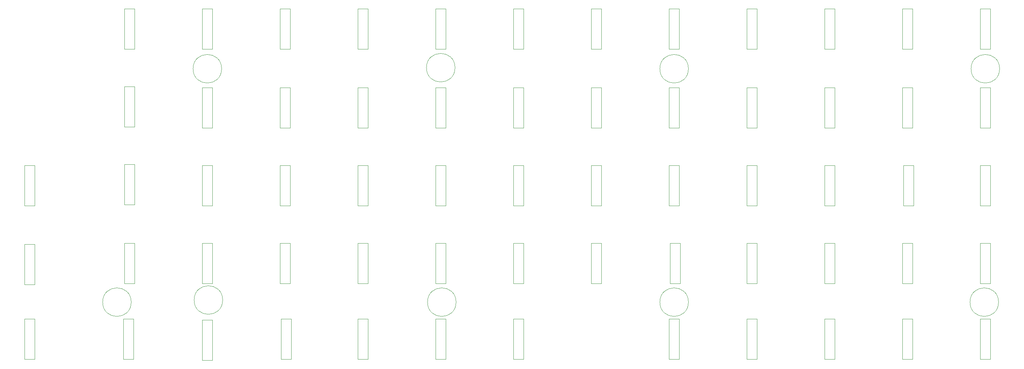
<source format=gbr>
%TF.GenerationSoftware,KiCad,Pcbnew,(5.1.6-0-10_14)*%
%TF.CreationDate,2021-04-03T15:29:21+02:00*%
%TF.ProjectId,Mech50-keyboard,4d656368-3530-42d6-9b65-79626f617264,rev?*%
%TF.SameCoordinates,Original*%
%TF.FileFunction,Other,User*%
%FSLAX46Y46*%
G04 Gerber Fmt 4.6, Leading zero omitted, Abs format (unit mm)*
G04 Created by KiCad (PCBNEW (5.1.6-0-10_14)) date 2021-04-03 15:29:21*
%MOMM*%
%LPD*%
G01*
G04 APERTURE LIST*
%ADD10C,0.050000*%
G04 APERTURE END LIST*
D10*
%TO.C,D-B5*%
X175240000Y-75150000D02*
X172740000Y-75150000D01*
X172740000Y-75150000D02*
X172740000Y-84870000D01*
X172740000Y-84870000D02*
X175240000Y-84870000D01*
X175240000Y-84870000D02*
X175240000Y-75150000D01*
%TO.C,D-B8*%
X231628000Y-75150000D02*
X229128000Y-75150000D01*
X229128000Y-75150000D02*
X229128000Y-84870000D01*
X229128000Y-84870000D02*
X231628000Y-84870000D01*
X231628000Y-84870000D02*
X231628000Y-75150000D01*
%TO.C,D-B7*%
X212832000Y-75150000D02*
X210332000Y-75150000D01*
X210332000Y-75150000D02*
X210332000Y-84870000D01*
X210332000Y-84870000D02*
X212832000Y-84870000D01*
X212832000Y-84870000D02*
X212832000Y-75150000D01*
%TO.C,D-B6*%
X194036000Y-75150000D02*
X191536000Y-75150000D01*
X191536000Y-75150000D02*
X191536000Y-84870000D01*
X191536000Y-84870000D02*
X194036000Y-84870000D01*
X194036000Y-84870000D02*
X194036000Y-75150000D01*
%TO.C,D-E12*%
X288016000Y-131030000D02*
X285516000Y-131030000D01*
X285516000Y-131030000D02*
X285516000Y-140750000D01*
X285516000Y-140750000D02*
X288016000Y-140750000D01*
X288016000Y-140750000D02*
X288016000Y-131030000D01*
%TO.C,D-E11*%
X269220000Y-131030000D02*
X266720000Y-131030000D01*
X266720000Y-131030000D02*
X266720000Y-140750000D01*
X266720000Y-140750000D02*
X269220000Y-140750000D01*
X269220000Y-140750000D02*
X269220000Y-131030000D01*
%TO.C,D-E10*%
X250424000Y-131030000D02*
X247924000Y-131030000D01*
X247924000Y-131030000D02*
X247924000Y-140750000D01*
X247924000Y-140750000D02*
X250424000Y-140750000D01*
X250424000Y-140750000D02*
X250424000Y-131030000D01*
%TO.C,D-E9*%
X231628000Y-131030000D02*
X229128000Y-131030000D01*
X229128000Y-131030000D02*
X229128000Y-140750000D01*
X229128000Y-140750000D02*
X231628000Y-140750000D01*
X231628000Y-140750000D02*
X231628000Y-131030000D01*
%TO.C,D-E6*%
X175240000Y-131030000D02*
X172740000Y-131030000D01*
X172740000Y-131030000D02*
X172740000Y-140750000D01*
X172740000Y-140750000D02*
X175240000Y-140750000D01*
X175240000Y-140750000D02*
X175240000Y-131030000D01*
%TO.C,D-E5*%
X156444000Y-131030000D02*
X153944000Y-131030000D01*
X153944000Y-131030000D02*
X153944000Y-140750000D01*
X153944000Y-140750000D02*
X156444000Y-140750000D01*
X156444000Y-140750000D02*
X156444000Y-131030000D01*
%TO.C,D-E4*%
X137648000Y-131030000D02*
X135148000Y-131030000D01*
X135148000Y-131030000D02*
X135148000Y-140750000D01*
X135148000Y-140750000D02*
X137648000Y-140750000D01*
X137648000Y-140750000D02*
X137648000Y-131030000D01*
%TO.C,D-E3*%
X119106000Y-131030000D02*
X116606000Y-131030000D01*
X116606000Y-131030000D02*
X116606000Y-140750000D01*
X116606000Y-140750000D02*
X119106000Y-140750000D01*
X119106000Y-140750000D02*
X119106000Y-131030000D01*
%TO.C,D-E2*%
X100056000Y-131284000D02*
X97556000Y-131284000D01*
X97556000Y-131284000D02*
X97556000Y-141004000D01*
X97556000Y-141004000D02*
X100056000Y-141004000D01*
X100056000Y-141004000D02*
X100056000Y-131284000D01*
%TO.C,D-D12*%
X288016000Y-112742000D02*
X285516000Y-112742000D01*
X285516000Y-112742000D02*
X285516000Y-122462000D01*
X285516000Y-122462000D02*
X288016000Y-122462000D01*
X288016000Y-122462000D02*
X288016000Y-112742000D01*
%TO.C,D-D11*%
X269220000Y-112742000D02*
X266720000Y-112742000D01*
X266720000Y-112742000D02*
X266720000Y-122462000D01*
X266720000Y-122462000D02*
X269220000Y-122462000D01*
X269220000Y-122462000D02*
X269220000Y-112742000D01*
%TO.C,D-D10*%
X250424000Y-112742000D02*
X247924000Y-112742000D01*
X247924000Y-112742000D02*
X247924000Y-122462000D01*
X247924000Y-122462000D02*
X250424000Y-122462000D01*
X250424000Y-122462000D02*
X250424000Y-112742000D01*
%TO.C,D-D9*%
X231628000Y-112742000D02*
X229128000Y-112742000D01*
X229128000Y-112742000D02*
X229128000Y-122462000D01*
X229128000Y-122462000D02*
X231628000Y-122462000D01*
X231628000Y-122462000D02*
X231628000Y-112742000D01*
%TO.C,D-D8*%
X213086000Y-112742000D02*
X210586000Y-112742000D01*
X210586000Y-112742000D02*
X210586000Y-122462000D01*
X210586000Y-122462000D02*
X213086000Y-122462000D01*
X213086000Y-122462000D02*
X213086000Y-112742000D01*
%TO.C,D-D7*%
X194036000Y-112742000D02*
X191536000Y-112742000D01*
X191536000Y-112742000D02*
X191536000Y-122462000D01*
X191536000Y-122462000D02*
X194036000Y-122462000D01*
X194036000Y-122462000D02*
X194036000Y-112742000D01*
%TO.C,D-D6*%
X175240000Y-112742000D02*
X172740000Y-112742000D01*
X172740000Y-112742000D02*
X172740000Y-122462000D01*
X172740000Y-122462000D02*
X175240000Y-122462000D01*
X175240000Y-122462000D02*
X175240000Y-112742000D01*
%TO.C,D-D5*%
X156444000Y-112742000D02*
X153944000Y-112742000D01*
X153944000Y-112742000D02*
X153944000Y-122462000D01*
X153944000Y-122462000D02*
X156444000Y-122462000D01*
X156444000Y-122462000D02*
X156444000Y-112742000D01*
%TO.C,D-C11*%
X269474000Y-93946000D02*
X266974000Y-93946000D01*
X266974000Y-93946000D02*
X266974000Y-103666000D01*
X266974000Y-103666000D02*
X269474000Y-103666000D01*
X269474000Y-103666000D02*
X269474000Y-93946000D01*
%TO.C,D-C10*%
X250424000Y-93946000D02*
X247924000Y-93946000D01*
X247924000Y-93946000D02*
X247924000Y-103666000D01*
X247924000Y-103666000D02*
X250424000Y-103666000D01*
X250424000Y-103666000D02*
X250424000Y-93946000D01*
%TO.C,D-C9*%
X231628000Y-93946000D02*
X229128000Y-93946000D01*
X229128000Y-93946000D02*
X229128000Y-103666000D01*
X229128000Y-103666000D02*
X231628000Y-103666000D01*
X231628000Y-103666000D02*
X231628000Y-93946000D01*
%TO.C,D-C8*%
X212832000Y-93946000D02*
X210332000Y-93946000D01*
X210332000Y-93946000D02*
X210332000Y-103666000D01*
X210332000Y-103666000D02*
X212832000Y-103666000D01*
X212832000Y-103666000D02*
X212832000Y-93946000D01*
%TO.C,D-C7*%
X194036000Y-93946000D02*
X191536000Y-93946000D01*
X191536000Y-93946000D02*
X191536000Y-103666000D01*
X191536000Y-103666000D02*
X194036000Y-103666000D01*
X194036000Y-103666000D02*
X194036000Y-93946000D01*
%TO.C,D-C6*%
X175240000Y-93946000D02*
X172740000Y-93946000D01*
X172740000Y-93946000D02*
X172740000Y-103666000D01*
X172740000Y-103666000D02*
X175240000Y-103666000D01*
X175240000Y-103666000D02*
X175240000Y-93946000D01*
%TO.C,D-C5*%
X156444000Y-93946000D02*
X153944000Y-93946000D01*
X153944000Y-93946000D02*
X153944000Y-103666000D01*
X153944000Y-103666000D02*
X156444000Y-103666000D01*
X156444000Y-103666000D02*
X156444000Y-93946000D01*
%TO.C,D-B10*%
X269220000Y-75150000D02*
X266720000Y-75150000D01*
X266720000Y-75150000D02*
X266720000Y-84870000D01*
X266720000Y-84870000D02*
X269220000Y-84870000D01*
X269220000Y-84870000D02*
X269220000Y-75150000D01*
%TO.C,D-B9*%
X250424000Y-75150000D02*
X247924000Y-75150000D01*
X247924000Y-75150000D02*
X247924000Y-84870000D01*
X247924000Y-84870000D02*
X250424000Y-84870000D01*
X250424000Y-84870000D02*
X250424000Y-75150000D01*
%TO.C,D-B0*%
X81260000Y-74896000D02*
X78760000Y-74896000D01*
X78760000Y-74896000D02*
X78760000Y-84616000D01*
X78760000Y-84616000D02*
X81260000Y-84616000D01*
X81260000Y-84616000D02*
X81260000Y-74896000D01*
%TO.C,D-A0*%
X81260000Y-56100000D02*
X78760000Y-56100000D01*
X78760000Y-56100000D02*
X78760000Y-65820000D01*
X78760000Y-65820000D02*
X81260000Y-65820000D01*
X81260000Y-65820000D02*
X81260000Y-56100000D01*
%TO.C,H10*%
X102510000Y-126492000D02*
G75*
G03*
X102510000Y-126492000I-3450000J0D01*
G01*
%TO.C,H5*%
X290216000Y-70612000D02*
G75*
G03*
X290216000Y-70612000I-3450000J0D01*
G01*
%TO.C,H4*%
X215032000Y-127000000D02*
G75*
G03*
X215032000Y-127000000I-3450000J0D01*
G01*
%TO.C,H3*%
X215032000Y-70612000D02*
G75*
G03*
X215032000Y-70612000I-3450000J0D01*
G01*
%TO.C,H2*%
X102256000Y-70612000D02*
G75*
G03*
X102256000Y-70612000I-3450000J0D01*
G01*
%TO.C,H1*%
X158644000Y-70358000D02*
G75*
G03*
X158644000Y-70358000I-3450000J0D01*
G01*
%TO.C,D-D1*%
X81260000Y-112742000D02*
X78760000Y-112742000D01*
X78760000Y-112742000D02*
X78760000Y-122462000D01*
X78760000Y-122462000D02*
X81260000Y-122462000D01*
X81260000Y-122462000D02*
X81260000Y-112742000D01*
%TO.C,D-C1*%
X81260000Y-93692000D02*
X78760000Y-93692000D01*
X78760000Y-93692000D02*
X78760000Y-103412000D01*
X78760000Y-103412000D02*
X81260000Y-103412000D01*
X81260000Y-103412000D02*
X81260000Y-93692000D01*
%TO.C,D-E8*%
X212832000Y-131030000D02*
X210332000Y-131030000D01*
X210332000Y-131030000D02*
X210332000Y-140750000D01*
X210332000Y-140750000D02*
X212832000Y-140750000D01*
X212832000Y-140750000D02*
X212832000Y-131030000D01*
%TO.C,D-C12*%
X288016000Y-93946000D02*
X285516000Y-93946000D01*
X285516000Y-93946000D02*
X285516000Y-103666000D01*
X285516000Y-103666000D02*
X288016000Y-103666000D01*
X288016000Y-103666000D02*
X288016000Y-93946000D01*
%TO.C,D-B11*%
X288016000Y-75150000D02*
X285516000Y-75150000D01*
X285516000Y-75150000D02*
X285516000Y-84870000D01*
X285516000Y-84870000D02*
X288016000Y-84870000D01*
X288016000Y-84870000D02*
X288016000Y-75150000D01*
%TO.C,D-A11*%
X288016000Y-56100000D02*
X285516000Y-56100000D01*
X285516000Y-56100000D02*
X285516000Y-65820000D01*
X285516000Y-65820000D02*
X288016000Y-65820000D01*
X288016000Y-65820000D02*
X288016000Y-56100000D01*
%TO.C,H13*%
X80412000Y-127000000D02*
G75*
G03*
X80412000Y-127000000I-3450000J0D01*
G01*
%TO.C,D-E1*%
X81006000Y-131030000D02*
X78506000Y-131030000D01*
X78506000Y-131030000D02*
X78506000Y-140750000D01*
X78506000Y-140750000D02*
X81006000Y-140750000D01*
X81006000Y-140750000D02*
X81006000Y-131030000D01*
%TO.C,H12*%
X289962000Y-127000000D02*
G75*
G03*
X289962000Y-127000000I-3450000J0D01*
G01*
%TO.C,H11*%
X158898000Y-127000000D02*
G75*
G03*
X158898000Y-127000000I-3450000J0D01*
G01*
%TO.C,D-B4*%
X156444000Y-75150000D02*
X153944000Y-75150000D01*
X153944000Y-75150000D02*
X153944000Y-84870000D01*
X153944000Y-84870000D02*
X156444000Y-84870000D01*
X156444000Y-84870000D02*
X156444000Y-75150000D01*
%TO.C,D-A10*%
X269220000Y-56100000D02*
X266720000Y-56100000D01*
X266720000Y-56100000D02*
X266720000Y-65820000D01*
X266720000Y-65820000D02*
X269220000Y-65820000D01*
X269220000Y-65820000D02*
X269220000Y-56100000D01*
%TO.C,D-A9*%
X250424000Y-56100000D02*
X247924000Y-56100000D01*
X247924000Y-56100000D02*
X247924000Y-65820000D01*
X247924000Y-65820000D02*
X250424000Y-65820000D01*
X250424000Y-65820000D02*
X250424000Y-56100000D01*
%TO.C,D-A8*%
X231628000Y-56100000D02*
X229128000Y-56100000D01*
X229128000Y-56100000D02*
X229128000Y-65820000D01*
X229128000Y-65820000D02*
X231628000Y-65820000D01*
X231628000Y-65820000D02*
X231628000Y-56100000D01*
%TO.C,D-A7*%
X212832000Y-56100000D02*
X210332000Y-56100000D01*
X210332000Y-56100000D02*
X210332000Y-65820000D01*
X210332000Y-65820000D02*
X212832000Y-65820000D01*
X212832000Y-65820000D02*
X212832000Y-56100000D01*
%TO.C,D-A6*%
X194036000Y-56100000D02*
X191536000Y-56100000D01*
X191536000Y-56100000D02*
X191536000Y-65820000D01*
X191536000Y-65820000D02*
X194036000Y-65820000D01*
X194036000Y-65820000D02*
X194036000Y-56100000D01*
%TO.C,D-A5*%
X175240000Y-56100000D02*
X172740000Y-56100000D01*
X172740000Y-56100000D02*
X172740000Y-65820000D01*
X172740000Y-65820000D02*
X175240000Y-65820000D01*
X175240000Y-65820000D02*
X175240000Y-56100000D01*
%TO.C,D-A4*%
X156444000Y-56100000D02*
X153944000Y-56100000D01*
X153944000Y-56100000D02*
X153944000Y-65820000D01*
X153944000Y-65820000D02*
X156444000Y-65820000D01*
X156444000Y-65820000D02*
X156444000Y-56100000D01*
%TO.C,D-D4*%
X137648000Y-112742000D02*
X135148000Y-112742000D01*
X135148000Y-112742000D02*
X135148000Y-122462000D01*
X135148000Y-122462000D02*
X137648000Y-122462000D01*
X137648000Y-122462000D02*
X137648000Y-112742000D01*
%TO.C,D-D3*%
X118852000Y-112742000D02*
X116352000Y-112742000D01*
X116352000Y-112742000D02*
X116352000Y-122462000D01*
X116352000Y-122462000D02*
X118852000Y-122462000D01*
X118852000Y-122462000D02*
X118852000Y-112742000D01*
%TO.C,D-D2*%
X100056000Y-112742000D02*
X97556000Y-112742000D01*
X97556000Y-112742000D02*
X97556000Y-122462000D01*
X97556000Y-122462000D02*
X100056000Y-122462000D01*
X100056000Y-122462000D02*
X100056000Y-112742000D01*
%TO.C,D-C4*%
X137648000Y-93946000D02*
X135148000Y-93946000D01*
X135148000Y-93946000D02*
X135148000Y-103666000D01*
X135148000Y-103666000D02*
X137648000Y-103666000D01*
X137648000Y-103666000D02*
X137648000Y-93946000D01*
%TO.C,D-C3*%
X118852000Y-93946000D02*
X116352000Y-93946000D01*
X116352000Y-93946000D02*
X116352000Y-103666000D01*
X116352000Y-103666000D02*
X118852000Y-103666000D01*
X118852000Y-103666000D02*
X118852000Y-93946000D01*
%TO.C,D-C2*%
X100056000Y-93946000D02*
X97556000Y-93946000D01*
X97556000Y-93946000D02*
X97556000Y-103666000D01*
X97556000Y-103666000D02*
X100056000Y-103666000D01*
X100056000Y-103666000D02*
X100056000Y-93946000D01*
%TO.C,D-B3*%
X137648000Y-75150000D02*
X135148000Y-75150000D01*
X135148000Y-75150000D02*
X135148000Y-84870000D01*
X135148000Y-84870000D02*
X137648000Y-84870000D01*
X137648000Y-84870000D02*
X137648000Y-75150000D01*
%TO.C,D-B2*%
X118852000Y-75150000D02*
X116352000Y-75150000D01*
X116352000Y-75150000D02*
X116352000Y-84870000D01*
X116352000Y-84870000D02*
X118852000Y-84870000D01*
X118852000Y-84870000D02*
X118852000Y-75150000D01*
%TO.C,D-B1*%
X100056000Y-75150000D02*
X97556000Y-75150000D01*
X97556000Y-75150000D02*
X97556000Y-84870000D01*
X97556000Y-84870000D02*
X100056000Y-84870000D01*
X100056000Y-84870000D02*
X100056000Y-75150000D01*
%TO.C,D-A3*%
X137648000Y-56100000D02*
X135148000Y-56100000D01*
X135148000Y-56100000D02*
X135148000Y-65820000D01*
X135148000Y-65820000D02*
X137648000Y-65820000D01*
X137648000Y-65820000D02*
X137648000Y-56100000D01*
%TO.C,D-A2*%
X118852000Y-56100000D02*
X116352000Y-56100000D01*
X116352000Y-56100000D02*
X116352000Y-65820000D01*
X116352000Y-65820000D02*
X118852000Y-65820000D01*
X118852000Y-65820000D02*
X118852000Y-56100000D01*
%TO.C,D-A1*%
X100056000Y-56100000D02*
X97556000Y-56100000D01*
X97556000Y-56100000D02*
X97556000Y-65820000D01*
X97556000Y-65820000D02*
X100056000Y-65820000D01*
X100056000Y-65820000D02*
X100056000Y-56100000D01*
%TO.C,D-E0*%
X57130000Y-131030000D02*
X54630000Y-131030000D01*
X54630000Y-131030000D02*
X54630000Y-140750000D01*
X54630000Y-140750000D02*
X57130000Y-140750000D01*
X57130000Y-140750000D02*
X57130000Y-131030000D01*
%TO.C,D-D0*%
X57130000Y-112996000D02*
X54630000Y-112996000D01*
X54630000Y-112996000D02*
X54630000Y-122716000D01*
X54630000Y-122716000D02*
X57130000Y-122716000D01*
X57130000Y-122716000D02*
X57130000Y-112996000D01*
%TO.C,D-C0*%
X57130000Y-93946000D02*
X54630000Y-93946000D01*
X54630000Y-93946000D02*
X54630000Y-103666000D01*
X54630000Y-103666000D02*
X57130000Y-103666000D01*
X57130000Y-103666000D02*
X57130000Y-93946000D01*
%TD*%
M02*

</source>
